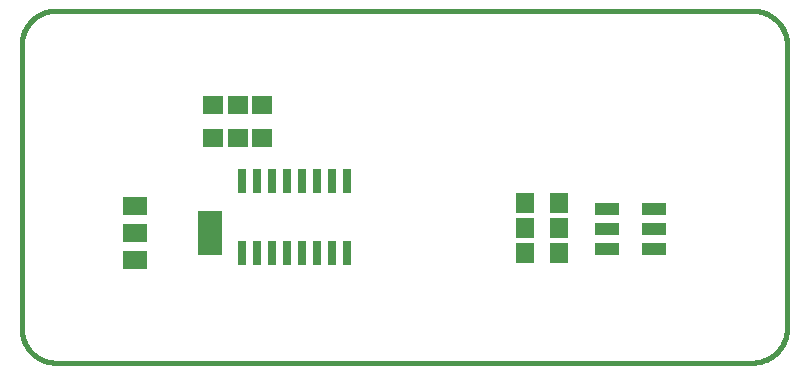
<source format=gtp>
G75*
%MOIN*%
%OFA0B0*%
%FSLAX25Y25*%
%IPPOS*%
%LPD*%
%AMOC8*
5,1,8,0,0,1.08239X$1,22.5*
%
%ADD10C,0.01600*%
%ADD11R,0.07087X0.06299*%
%ADD12R,0.07098X0.06299*%
%ADD13R,0.02600X0.08000*%
%ADD14R,0.07874X0.05906*%
%ADD15R,0.07874X0.14961*%
%ADD16R,0.07874X0.04331*%
%ADD17R,0.06299X0.07098*%
D10*
X0015799Y0007181D02*
X0247431Y0007181D01*
X0259424Y0018440D02*
X0259424Y0112975D01*
X0259420Y0113257D01*
X0259410Y0113540D01*
X0259393Y0113822D01*
X0259368Y0114104D01*
X0259337Y0114385D01*
X0259299Y0114665D01*
X0259254Y0114944D01*
X0259202Y0115222D01*
X0259144Y0115499D01*
X0259078Y0115774D01*
X0259006Y0116048D01*
X0258928Y0116319D01*
X0258842Y0116589D01*
X0258750Y0116856D01*
X0258652Y0117121D01*
X0258547Y0117384D01*
X0258435Y0117644D01*
X0258318Y0117901D01*
X0258194Y0118155D01*
X0258063Y0118406D01*
X0257927Y0118654D01*
X0257785Y0118898D01*
X0257636Y0119139D01*
X0257482Y0119376D01*
X0257322Y0119609D01*
X0257157Y0119839D01*
X0256986Y0120064D01*
X0256809Y0120285D01*
X0256627Y0120501D01*
X0256440Y0120713D01*
X0256247Y0120920D01*
X0256050Y0121123D01*
X0255848Y0121320D01*
X0255641Y0121513D01*
X0255429Y0121700D01*
X0255213Y0121882D01*
X0254992Y0122059D01*
X0254767Y0122231D01*
X0254538Y0122396D01*
X0254305Y0122557D01*
X0254068Y0122711D01*
X0253827Y0122859D01*
X0253583Y0123002D01*
X0253335Y0123138D01*
X0253084Y0123269D01*
X0252830Y0123393D01*
X0252573Y0123511D01*
X0252314Y0123623D01*
X0252051Y0123728D01*
X0251786Y0123827D01*
X0251519Y0123919D01*
X0251249Y0124004D01*
X0250978Y0124084D01*
X0250704Y0124156D01*
X0250429Y0124221D01*
X0250153Y0124280D01*
X0249875Y0124332D01*
X0249596Y0124377D01*
X0249315Y0124416D01*
X0249034Y0124447D01*
X0248753Y0124472D01*
X0248470Y0124489D01*
X0248188Y0124500D01*
X0247905Y0124504D01*
X0015709Y0124504D01*
X0015433Y0124500D01*
X0015157Y0124490D01*
X0014881Y0124473D01*
X0014606Y0124449D01*
X0014332Y0124419D01*
X0014058Y0124382D01*
X0013785Y0124339D01*
X0013514Y0124289D01*
X0013244Y0124232D01*
X0012975Y0124169D01*
X0012708Y0124099D01*
X0012442Y0124023D01*
X0012179Y0123941D01*
X0011917Y0123852D01*
X0011658Y0123757D01*
X0011401Y0123655D01*
X0011147Y0123548D01*
X0010895Y0123434D01*
X0010647Y0123314D01*
X0010401Y0123188D01*
X0010158Y0123057D01*
X0009919Y0122919D01*
X0009683Y0122776D01*
X0009450Y0122627D01*
X0009221Y0122473D01*
X0008996Y0122313D01*
X0008775Y0122147D01*
X0008558Y0121977D01*
X0008345Y0121801D01*
X0008137Y0121620D01*
X0007932Y0121434D01*
X0007733Y0121243D01*
X0007538Y0121048D01*
X0007348Y0120847D01*
X0007163Y0120643D01*
X0006982Y0120433D01*
X0006807Y0120220D01*
X0006638Y0120002D01*
X0006473Y0119781D01*
X0006314Y0119555D01*
X0006160Y0119325D01*
X0006012Y0119092D01*
X0005870Y0118856D01*
X0005733Y0118616D01*
X0005602Y0118373D01*
X0005478Y0118126D01*
X0005359Y0117877D01*
X0005246Y0117625D01*
X0005139Y0117370D01*
X0005039Y0117113D01*
X0004945Y0116854D01*
X0004857Y0116592D01*
X0004775Y0116328D01*
X0004700Y0116062D01*
X0004631Y0115795D01*
X0004569Y0115526D01*
X0004513Y0115256D01*
X0004464Y0114984D01*
X0004422Y0114711D01*
X0004386Y0114437D01*
X0004357Y0114163D01*
X0004334Y0113888D01*
X0004318Y0113612D01*
X0004309Y0113336D01*
X0004306Y0113060D01*
X0004306Y0018474D01*
X0004312Y0018199D01*
X0004325Y0017924D01*
X0004344Y0017649D01*
X0004369Y0017375D01*
X0004402Y0017102D01*
X0004440Y0016829D01*
X0004486Y0016557D01*
X0004538Y0016287D01*
X0004596Y0016018D01*
X0004661Y0015750D01*
X0004733Y0015485D01*
X0004811Y0015221D01*
X0004895Y0014958D01*
X0004985Y0014698D01*
X0005082Y0014441D01*
X0005185Y0014185D01*
X0005294Y0013933D01*
X0005410Y0013682D01*
X0005531Y0013435D01*
X0005658Y0013191D01*
X0005791Y0012950D01*
X0005930Y0012712D01*
X0006074Y0012478D01*
X0006224Y0012247D01*
X0006380Y0012020D01*
X0006541Y0011797D01*
X0006707Y0011577D01*
X0006879Y0011362D01*
X0007056Y0011151D01*
X0007238Y0010944D01*
X0007425Y0010742D01*
X0007616Y0010545D01*
X0007813Y0010352D01*
X0008014Y0010163D01*
X0008219Y0009980D01*
X0008429Y0009802D01*
X0008643Y0009629D01*
X0008861Y0009461D01*
X0009084Y0009298D01*
X0009310Y0009141D01*
X0009539Y0008990D01*
X0009773Y0008844D01*
X0010010Y0008703D01*
X0010250Y0008569D01*
X0010493Y0008440D01*
X0010740Y0008317D01*
X0010989Y0008200D01*
X0011241Y0008089D01*
X0011496Y0007985D01*
X0011753Y0007886D01*
X0012012Y0007794D01*
X0012274Y0007708D01*
X0012537Y0007629D01*
X0012803Y0007555D01*
X0013070Y0007489D01*
X0013338Y0007428D01*
X0013608Y0007374D01*
X0013880Y0007327D01*
X0014152Y0007287D01*
X0014425Y0007252D01*
X0014699Y0007225D01*
X0014974Y0007204D01*
X0015248Y0007190D01*
X0015524Y0007182D01*
X0015799Y0007181D01*
X0247432Y0007181D02*
X0247713Y0007175D01*
X0247994Y0007177D01*
X0248275Y0007185D01*
X0248555Y0007200D01*
X0248836Y0007221D01*
X0249115Y0007250D01*
X0249394Y0007285D01*
X0249672Y0007327D01*
X0249949Y0007375D01*
X0250225Y0007431D01*
X0250499Y0007493D01*
X0250771Y0007561D01*
X0251042Y0007636D01*
X0251311Y0007718D01*
X0251578Y0007806D01*
X0251843Y0007901D01*
X0252105Y0008001D01*
X0252365Y0008109D01*
X0252622Y0008222D01*
X0252877Y0008342D01*
X0253128Y0008468D01*
X0253376Y0008599D01*
X0253621Y0008737D01*
X0253863Y0008881D01*
X0254101Y0009030D01*
X0254336Y0009185D01*
X0254566Y0009346D01*
X0254793Y0009512D01*
X0255015Y0009684D01*
X0255234Y0009861D01*
X0255448Y0010043D01*
X0255657Y0010231D01*
X0255862Y0010423D01*
X0256062Y0010620D01*
X0256258Y0010822D01*
X0256448Y0011029D01*
X0256634Y0011240D01*
X0256814Y0011456D01*
X0256989Y0011676D01*
X0257159Y0011900D01*
X0257323Y0012128D01*
X0257481Y0012361D01*
X0257634Y0012596D01*
X0257781Y0012836D01*
X0257923Y0013079D01*
X0258058Y0013325D01*
X0258188Y0013575D01*
X0258311Y0013827D01*
X0258428Y0014083D01*
X0258539Y0014341D01*
X0258644Y0014602D01*
X0258743Y0014865D01*
X0258835Y0015131D01*
X0258920Y0015398D01*
X0258999Y0015668D01*
X0259072Y0015940D01*
X0259138Y0016213D01*
X0259197Y0016488D01*
X0259250Y0016764D01*
X0259296Y0017041D01*
X0259335Y0017319D01*
X0259368Y0017598D01*
X0259394Y0017878D01*
X0259413Y0018159D01*
X0259425Y0018440D01*
D11*
X0068159Y0082014D03*
X0068159Y0093038D03*
D12*
X0076478Y0093124D03*
X0084448Y0093124D03*
X0084448Y0081927D03*
X0076478Y0081927D03*
D13*
X0077748Y0067823D03*
X0082748Y0067823D03*
X0087748Y0067823D03*
X0092748Y0067823D03*
X0097748Y0067823D03*
X0102748Y0067823D03*
X0107748Y0067823D03*
X0112748Y0067823D03*
X0112748Y0043623D03*
X0107748Y0043623D03*
X0102748Y0043623D03*
X0097748Y0043623D03*
X0092748Y0043623D03*
X0087748Y0043623D03*
X0082748Y0043623D03*
X0077748Y0043623D03*
D14*
X0042246Y0041368D03*
X0042246Y0050423D03*
X0042246Y0059478D03*
D15*
X0067050Y0050423D03*
D16*
X0199412Y0051844D03*
X0199412Y0045151D03*
X0215160Y0045151D03*
X0215160Y0051844D03*
X0215160Y0058537D03*
X0199412Y0058537D03*
D17*
X0183360Y0060271D03*
X0172164Y0060271D03*
X0172164Y0051980D03*
X0183360Y0051980D03*
X0183360Y0043688D03*
X0172164Y0043688D03*
M02*

</source>
